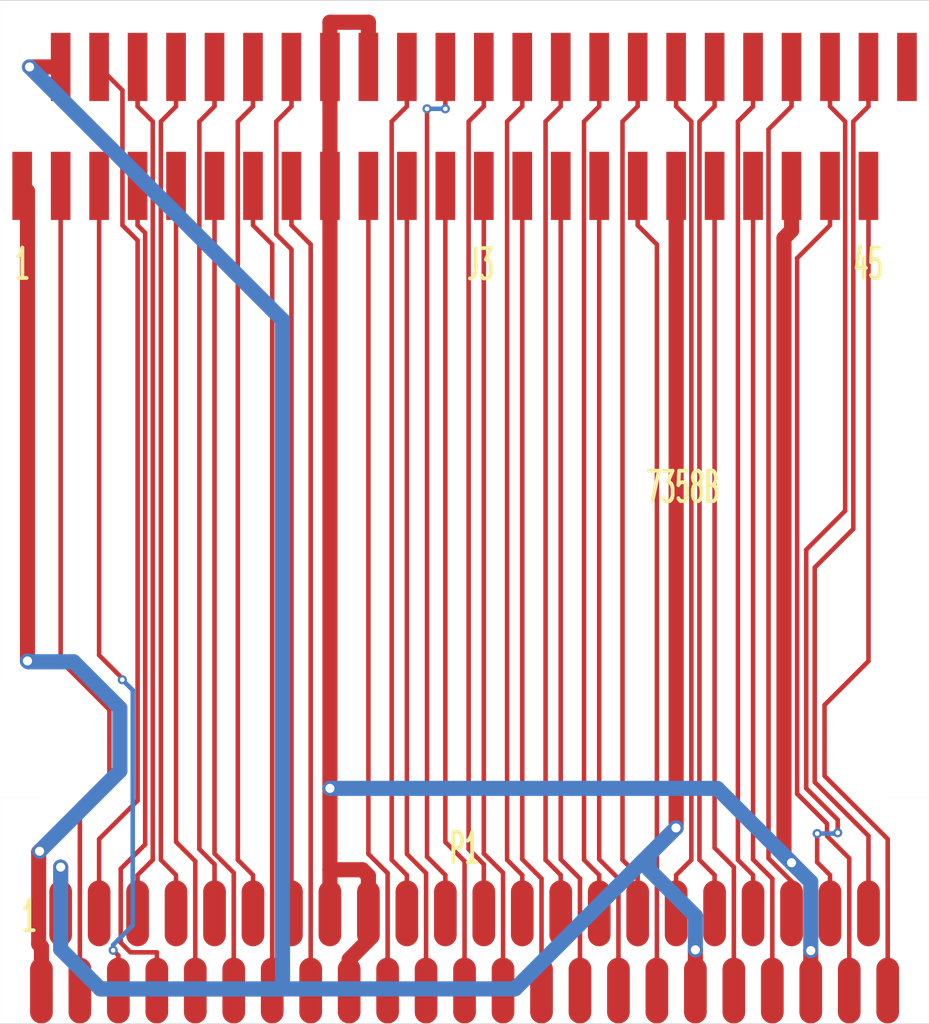
<source format=kicad_pcb>
(kicad_pcb (version 20240108) (generator "pcbnew") (generator_version "8.0")
  (layers (0 "F.Cu" signal) (31 "B.Cu" signal) (34 "B.Paste" user) (35 "F.Paste" user) (36 "B.SilkS" user "B.Silkscreen") (37 "F.SilkS" user "F.Silkscreen") (38 "B.Mask" user) (39 "F.Mask" user) (44 "Edge.Cuts" user))
  (net 0 "")
  (net 1 "/A10")
  (net 2 "/A14")
  (net 3 "/~{Read}")
  (net 4 "/A3")
  (net 5 "/~{Reset}")
  (net 6 "/Top.Button")
  (net 7 "/Clock")
  (net 8 "/TV_R")
  (net 9 "/D1")
  (net 10 "/+34V")
  (net 11 "/TV_L")
  (net 12 "/D5")
  (net 13 "/~{TV}")
  (net 14 "/~{Refresh}")
  (net 15 "/A12")
  (net 16 "/~{M1}")
  (net 17 "/D4")
  (net 18 "/VCC")
  (net 19 "/GND")
  (net 20 "/A8")
  (net 21 "/A4")
  (net 22 "/~{M8-B}")
  (net 23 "/~{IOReq}")
  (net 24 "/A11")
  (net 25 "/~{M0-7}")
  (net 26 "/~{Write}")
  (net 27 "/D0")
  (net 28 "/A9")
  (net 29 "/A13")
  (net 30 "/A6")
  (net 31 "/D6")
  (net 32 "/A15")
  (net 33 "/D2")
  (net 34 "/D3")
  (net 35 "/A0")
  (net 36 "/~{GG}")
  (net 37 "/D7")
  (net 38 "/~{CE}")
  (net 39 "/A1")
  (net 40 "/A5")
  (net 41 "/A2")
  (net 42 "/A7")
  (footprint "Connector_PinHeader_2.54mm:PinHeader_2x24_P2.54mm_Vertical_SMD" (layer "F.Cu") (at 130.65 63.32 90)
    (property "Reference" "J3" (at -9.11875 1.07 180) (layer "F.SilkS") (effects (font (size 2 1) (thickness 0.25) (bold yes))))
    (property "Value" "Upper Pin Header" (hide yes))
    (pad "1" smd rect (at -3.925 -29.21 90) (size 4.5 1.3) (layers "F.Cu" "F.Paste" "F.Mask") (net 10 "/+34V"))
    (pad "2" smd rect (at 3.925 -26.67 90) (size 4.5 1.3) (layers "F.Cu" "F.Paste" "F.Mask") (net 18 "/VCC"))
    (pad "3" smd rect (at -3.925 -26.67 90) (size 4.5 1.3) (layers "F.Cu" "F.Paste" "F.Mask") (net 26 "/~{Write}"))
    (pad "4" smd rect (at 3.925 -24.13 90) (size 4.5 1.3) (layers "F.Cu" "F.Paste" "F.Mask") (net 15 "/A12"))
    (pad "5" smd rect (at -3.925 -24.13 90) (size 4.5 1.3) (layers "F.Cu" "F.Paste" "F.Mask") (net 42 "/A7"))
    (pad "6" smd rect (at 3.925 -21.59 90) (size 4.5 1.3) (layers "F.Cu" "F.Paste" "F.Mask") (net 30 "/A6"))
    (pad "7" smd rect (at -3.925 -21.59 90) (size 4.5 1.3) (layers "F.Cu" "F.Paste" "F.Mask") (net 40 "/A5"))
    (pad "8" smd rect (at 3.925 -19.05 90) (size 4.5 1.3) (layers "F.Cu" "F.Paste" "F.Mask") (net 21 "/A4"))
    (pad "9" smd rect (at -3.925 -19.05 90) (size 4.5 1.3) (layers "F.Cu" "F.Paste" "F.Mask") (net 4 "/A3"))
    (pad "10" smd rect (at 3.925 -16.51 90) (size 4.5 1.3) (layers "F.Cu" "F.Paste" "F.Mask") (net 41 "/A2"))
    (pad "11" smd rect (at -3.925 -16.51 90) (size 4.5 1.3) (layers "F.Cu" "F.Paste" "F.Mask") (net 39 "/A1"))
    (pad "12" smd rect (at 3.925 -13.97 90) (size 4.5 1.3) (layers "F.Cu" "F.Paste" "F.Mask") (net 35 "/A0"))
    (pad "13" smd rect (at -3.925 -13.97 90) (size 4.5 1.3) (layers "F.Cu" "F.Paste" "F.Mask") (net 27 "/D0"))
    (pad "14" smd rect (at 3.925 -11.43 90) (size 4.5 1.3) (layers "F.Cu" "F.Paste" "F.Mask") (net 9 "/D1"))
    (pad "15" smd rect (at -3.925 -11.43 90) (size 4.5 1.3) (layers "F.Cu" "F.Paste" "F.Mask") (net 33 "/D2"))
    (pad "16" smd rect (at 3.925 -8.89 90) (size 4.5 1.3) (layers "F.Cu" "F.Paste" "F.Mask") (net 19 "/GND"))
    (pad "17" smd rect (at -3.925 -8.89 90) (size 4.5 1.3) (layers "F.Cu" "F.Paste" "F.Mask") (net 19 "/GND"))
    (pad "18" smd rect (at 3.925 -6.35 90) (size 4.5 1.3) (layers "F.Cu" "F.Paste" "F.Mask") (net 19 "/GND"))
    (pad "19" smd rect (at -3.925 -6.35 90) (size 4.5 1.3) (layers "F.Cu" "F.Paste" "F.Mask") (net 34 "/D3"))
    (pad "20" smd rect (at 3.925 -3.81 90) (size 4.5 1.3) (layers "F.Cu" "F.Paste" "F.Mask") (net 17 "/D4"))
    (pad "21" smd rect (at -3.925 -3.81 90) (size 4.5 1.3) (layers "F.Cu" "F.Paste" "F.Mask") (net 12 "/D5"))
    (pad "22" smd rect (at 3.925 -1.27 90) (size 4.5 1.3) (layers "F.Cu" "F.Paste" "F.Mask") (net 31 "/D6"))
    (pad "23" smd rect (at -3.925 -1.27 90) (size 4.5 1.3) (layers "F.Cu" "F.Paste" "F.Mask") (net 37 "/D7"))
    (pad "24" smd rect (at 3.925 1.27 90) (size 4.5 1.3) (layers "F.Cu" "F.Paste" "F.Mask") (net 38 "/~{CE}"))
    (pad "25" smd rect (at -3.925 1.27 90) (size 4.5 1.3) (layers "F.Cu" "F.Paste" "F.Mask") (net 1 "/A10"))
    (pad "26" smd rect (at 3.925 3.81 90) (size 4.5 1.3) (layers "F.Cu" "F.Paste" "F.Mask") (net 3 "/~{Read}"))
    (pad "27" smd rect (at -3.925 3.81 90) (size 4.5 1.3) (layers "F.Cu" "F.Paste" "F.Mask") (net 25 "/~{M0-7}"))
    (pad "28" smd rect (at 3.925 6.35 90) (size 4.5 1.3) (layers "F.Cu" "F.Paste" "F.Mask") (net 32 "/A15"))
    (pad "29" smd rect (at -3.925 6.35 90) (size 4.5 1.3) (layers "F.Cu" "F.Paste" "F.Mask") (net 24 "/A11"))
    (pad "30" smd rect (at 3.925 8.89 90) (size 4.5 1.3) (layers "F.Cu" "F.Paste" "F.Mask") (net 28 "/A9"))
    (pad "31" smd rect (at -3.925 8.89 90) (size 4.5 1.3) (layers "F.Cu" "F.Paste" "F.Mask") (net 20 "/A8"))
    (pad "32" smd rect (at 3.925 11.43 90) (size 4.5 1.3) (layers "F.Cu" "F.Paste" "F.Mask") (net 29 "/A13"))
    (pad "33" smd rect (at -3.925 11.43 90) (size 4.5 1.3) (layers "F.Cu" "F.Paste" "F.Mask") (net 2 "/A14"))
    (pad "34" smd rect (at 3.925 13.97 90) (size 4.5 1.3) (layers "F.Cu" "F.Paste" "F.Mask") (net 22 "/~{M8-B}"))
    (pad "35" smd rect (at -3.925 13.97 90) (size 4.5 1.3) (layers "F.Cu" "F.Paste" "F.Mask") (net 18 "/VCC"))
    (pad "36" smd rect (at 3.925 16.51 90) (size 4.5 1.3) (layers "F.Cu" "F.Paste" "F.Mask") (net 16 "/~{M1}"))
    (pad "37" smd rect (at -3.925 16.51 90) (size 4.5 1.3) (layers "F.Cu" "F.Paste" "F.Mask") (net 23 "/~{IOReq}"))
    (pad "38" smd rect (at 3.925 19.05 90) (size 4.5 1.3) (layers "F.Cu" "F.Paste" "F.Mask") (net 14 "/~{Refresh}"))
    (pad "39" smd rect (at -3.925 19.05 90) (size 4.5 1.3) (layers "F.Cu" "F.Paste" "F.Mask") (net 5 "/~{Reset}"))
    (pad "40" smd rect (at 3.925 21.59 90) (size 4.5 1.3) (layers "F.Cu" "F.Paste" "F.Mask") (net 7 "/Clock"))
    (pad "41" smd rect (at -3.925 21.59 90) (size 4.5 1.3) (layers "F.Cu" "F.Paste" "F.Mask") (net 19 "/GND"))
    (pad "42" smd rect (at 3.925 24.13 90) (size 4.5 1.3) (layers "F.Cu" "F.Paste" "F.Mask") (net 36 "/~{GG}"))
    (pad "43" smd rect (at -3.925 24.13 90) (size 4.5 1.3) (layers "F.Cu" "F.Paste" "F.Mask") (net 13 "/~{TV}"))
    (pad "44" smd rect (at 3.925 26.67 90) (size 4.5 1.3) (layers "F.Cu" "F.Paste" "F.Mask") (net 8 "/TV_R"))
    (pad "45" smd rect (at -3.925 26.67 90) (size 4.5 1.3) (layers "F.Cu" "F.Paste" "F.Mask") (net 11 "/TV_L"))
    (pad "46" smd rect (at 3.925 29.21 90) (size 4.5 1.3) (layers "F.Cu" "F.Paste" "F.Mask") (net 6 "/Top.Button"))
  )
  (footprint "GameGear:System Edge Connector" (layer "F.Cu") (at 130.65 117.82)
    (property "Reference" "P1" (at 0 -6.83 0) (layer "F.SilkS") (effects (font (size 2 1) (thickness 0.25) (bold yes))))
    (property "Value" "System Edge Connector")
    (pad "1" smd oval (at -27.94 2.55) (size 1.5 4.35) (layers "F.Cu" "F.Mask") (net 10 "/+34V"))
    (pad "2" smd oval (at -26.67 -2.55) (size 1.5 4.35) (layers "F.Cu" "F.Mask") (net 18 "/VCC"))
    (pad "3" smd oval (at -25.4 2.55) (size 1.5 4.35) (layers "F.Cu" "F.Mask") (net 26 "/~{Write}"))
    (pad "4" smd oval (at -24.13 -2.55) (size 1.5 4.35) (layers "F.Cu" "F.Mask") (net 15 "/A12"))
    (pad "5" smd oval (at -22.86 2.55) (size 1.5 4.35) (layers "F.Cu" "F.Mask") (net 42 "/A7"))
    (pad "6" smd oval (at -21.59 -2.55) (size 1.5 4.35) (layers "F.Cu" "F.Mask") (net 30 "/A6"))
    (pad "7" smd oval (at -20.32 2.55) (size 1.5 4.35) (layers "F.Cu" "F.Mask") (net 40 "/A5"))
    (pad "8" smd oval (at -19.05 -2.55) (size 1.5 4.35) (layers "F.Cu" "F.Mask") (net 21 "/A4"))
    (pad "9" smd oval (at -17.78 2.55) (size 1.5 4.35) (layers "F.Cu" "F.Mask") (net 4 "/A3"))
    (pad "10" smd oval (at -16.51 -2.55) (size 1.5 4.35) (layers "F.Cu" "F.Mask") (net 41 "/A2"))
    (pad "11" smd oval (at -15.24 2.55) (size 1.5 4.35) (layers "F.Cu" "F.Mask") (net 39 "/A1"))
    (pad "12" smd oval (at -13.97 -2.55) (size 1.5 4.35) (layers "F.Cu" "F.Mask") (net 35 "/A0"))
    (pad "13" smd oval (at -12.7 2.55) (size 1.5 4.35) (layers "F.Cu" "F.Mask") (net 27 "/D0"))
    (pad "14" smd oval (at -11.43 -2.55) (size 1.5 4.35) (layers "F.Cu" "F.Mask") (net 9 "/D1"))
    (pad "15" smd oval (at -10.16 2.55) (size 1.5 4.35) (layers "F.Cu" "F.Mask") (net 33 "/D2"))
    (pad "16" smd oval (at -8.89 -2.55) (size 1.5 4.35) (layers "F.Cu" "F.Mask") (net 19 "/GND"))
    (pad "17" smd oval (at -7.62 2.55) (size 1.5 4.35) (layers "F.Cu" "F.Mask") (net 19 "/GND"))
    (pad "18" smd oval (at -6.35 -2.55) (size 1.5 4.35) (layers "F.Cu" "F.Mask") (net 19 "/GND"))
    (pad "19" smd oval (at -5.08 2.55) (size 1.5 4.35) (layers "F.Cu" "F.Mask") (net 34 "/D3"))
    (pad "20" smd oval (at -3.81 -2.55) (size 1.5 4.35) (layers "F.Cu" "F.Mask") (net 17 "/D4"))
    (pad "21" smd oval (at -2.54 2.55) (size 1.5 4.35) (layers "F.Cu" "F.Mask") (net 12 "/D5"))
    (pad "22" smd oval (at -1.27 -2.55) (size 1.5 4.35) (layers "F.Cu" "F.Mask") (net 31 "/D6"))
    (pad "23" smd oval (at 0 2.55) (size 1.5 4.35) (layers "F.Cu" "F.Mask") (net 37 "/D7"))
    (pad "24" smd oval (at 1.27 -2.55) (size 1.5 4.35) (layers "F.Cu" "F.Mask") (net 38 "/~{CE}"))
    (pad "25" smd oval (at 2.54 2.55) (size 1.5 4.35) (layers "F.Cu" "F.Mask") (net 1 "/A10"))
    (pad "26" smd oval (at 3.81 -2.55) (size 1.5 4.35) (layers "F.Cu" "F.Mask") (net 3 "/~{Read}"))
    (pad "27" smd oval (at 5.08 2.55) (size 1.5 4.35) (layers "F.Cu" "F.Mask") (net 25 "/~{M0-7}"))
    (pad "28" smd oval (at 6.35 -2.55) (size 1.5 4.35) (layers "F.Cu" "F.Mask") (net 32 "/A15"))
    (pad "29" smd oval (at 7.62 2.55) (size 1.5 4.35) (layers "F.Cu" "F.Mask") (net 24 "/A11"))
    (pad "30" smd oval (at 8.89 -2.55) (size 1.5 4.35) (layers "F.Cu" "F.Mask") (net 28 "/A9"))
    (pad "31" smd oval (at 10.16 2.55) (size 1.5 4.35) (layers "F.Cu" "F.Mask") (net 20 "/A8"))
    (pad "32" smd oval (at 11.43 -2.55) (size 1.5 4.35) (layers "F.Cu" "F.Mask") (net 29 "/A13"))
    (pad "33" smd oval (at 12.7 2.55) (size 1.5 4.35) (layers "F.Cu" "F.Mask") (net 2 "/A14"))
    (pad "34" smd oval (at 13.97 -2.55) (size 1.5 4.35) (layers "F.Cu" "F.Mask") (net 22 "/~{M8-B}"))
    (pad "35" smd oval (at 15.24 2.55) (size 1.5 4.35) (layers "F.Cu" "F.Mask") (net 18 "/VCC"))
    (pad "36" smd oval (at 16.51 -2.55) (size 1.5 4.35) (layers "F.Cu" "F.Mask") (net 16 "/~{M1}"))
    (pad "37" smd oval (at 17.78 2.55) (size 1.5 4.35) (layers "F.Cu" "F.Mask") (net 23 "/~{IOReq}"))
    (pad "38" smd oval (at 19.05 -2.55) (size 1.5 4.35) (layers "F.Cu" "F.Mask") (net 14 "/~{Refresh}"))
    (pad "39" smd oval (at 20.32 2.55) (size 1.5 4.35) (layers "F.Cu" "F.Mask") (net 5 "/~{Reset}"))
    (pad "40" smd oval (at 21.59 -2.55) (size 1.5 4.35) (layers "F.Cu" "F.Mask") (net 7 "/Clock"))
    (pad "41" smd oval (at 22.86 2.55) (size 1.5 4.35) (layers "F.Cu" "F.Mask") (net 19 "/GND"))
    (pad "42" smd oval (at 24.13 -2.55) (size 1.5 4.35) (layers "F.Cu" "F.Mask") (net 36 "/~{GG}"))
    (pad "43" smd oval (at 25.4 2.55) (size 1.5 4.35) (layers "F.Cu" "F.Mask") (net 13 "/~{TV}"))
    (pad "44" smd oval (at 26.67 -2.55) (size 1.5 4.35) (layers "F.Cu" "F.Mask") (net 8 "/TV_R"))
    (pad "45" smd oval (at 27.94 2.55) (size 1.5 4.35) (layers "F.Cu" "F.Mask") (net 11 "/TV_L"))
  )
  (gr_line (start 158.6 107.65) (end 161.3 107.65) (stroke (width 0.002)) (layer "Edge.Cuts"))
  (gr_line (start 161.3 122.55) (end 161.3 107.65) (stroke (width 0.002)) (layer "Edge.Cuts"))
  (gr_line (start 100 122.55) (end 161.3 122.55) (stroke (width 0.05)) (layer "Edge.Cuts"))
  (gr_line (start 100 55) (end 161.3 55) (stroke (width 0.05)) (layer "Edge.Cuts"))
  (gr_arc (start 102.7 100.15) (mid 106.45 103.9) (end 102.7 107.65) (stroke (width 0.002)) (layer "Edge.Cuts"))
  (gr_line (start 100 122.55) (end 100 107.65) (stroke (width 0.002)) (layer "Edge.Cuts"))
  (gr_line (start 158.6 100.15) (end 161.3 100.15) (stroke (width 0.002)) (layer "Edge.Cuts"))
  (gr_line (start 100 107.65) (end 102.7 107.65) (stroke (width 0.002)) (layer "Edge.Cuts"))
  (gr_line (start 100 100.15) (end 102.7 100.15) (stroke (width 0.002)) (layer "Edge.Cuts"))
  (gr_arc (start 158.6 107.65) (mid 154.85 103.9) (end 158.6 100.15) (stroke (width 0.002)) (layer "Edge.Cuts"))
  (gr_line (start 161.3 100.15) (end 161.3 55) (stroke (width 0.002)) (layer "Edge.Cuts"))
  (gr_line (start 100 100.15) (end 100 55) (stroke (width 0.002)) (layer "Edge.Cuts"))
  (gr_text "45" (at 156.18 73.58 0) (layer "F.SilkS") (effects (font (size 2 1) (thickness 0.25) (bold yes)) (justify left bottom)))
  (gr_text "1" (at 100.81 73.58 0) (layer "F.SilkS") (effects (font (size 2 1) (thickness 0.25) (bold yes)) (justify left bottom)))
  (gr_text "7358B" (at 142.51 88.31 0) (layer "F.SilkS") (effects (font (size 2 1) (thickness 0.25) (bold yes)) (justify left bottom)))
  (gr_text "1" (at 101.27 116.64 0) (layer "F.SilkS") (effects (font (size 2 1) (thickness 0.25) (bold yes)) (justify left bottom)))
  (segment (start 131.92 111.3245) (end 131.92 67.245) (width 0.3) (layer "F.Cu") (net 1))
  (segment (start 133.19 112.5945) (end 131.92 111.3245) (width 0.3) (layer "F.Cu") (net 1))
  (segment (start 133.19 120.37) (end 133.19 112.5945) (width 0.3) (layer "F.Cu") (net 1))
  (segment (start 142.08 67.245) (end 142.08 69.8467) (width 0.3) (layer "F.Cu") (net 2))
  (segment (start 142.08 69.8467) (end 143.35 71.1167) (width 0.3) (layer "F.Cu") (net 2))
  (segment (start 143.35 71.1167) (end 143.35 120.37) (width 0.3) (layer "F.Cu") (net 2))
  (segment (start 133.4583 111.7416) (end 133.4583 62.9984) (width 0.3) (layer "F.Cu") (net 3))
  (segment (start 134.46 115.27) (end 134.46 112.7433) (width 0.3) (layer "F.Cu") (net 3))
  (segment (start 134.46 112.7433) (end 133.4583 111.7416) (width 0.3) (layer "F.Cu") (net 3))
  (segment (start 133.4583 62.9984) (end 134.46 61.9967) (width 0.3) (layer "F.Cu") (net 3))
  (segment (start 134.46 59.395) (end 134.46 61.9967) (width 0.3) (layer "F.Cu") (net 3))
  (segment (start 112.87 120.37) (end 112.87 111.8269) (width 0.3) (layer "F.Cu") (net 4))
  (segment (start 111.6 110.5569) (end 111.6 67.245) (width 0.3) (layer "F.Cu") (net 4))
  (segment (start 112.87 111.8269) (end 111.6 110.5569) (width 0.3) (layer "F.Cu") (net 4))
  (segment (start 150.97 112.9872) (end 150.97 120.37) (width 0.3) (layer "F.Cu") (net 5))
  (segment (start 149.7 67.245) (end 149.7 69.8467) (width 0.3) (layer "F.Cu") (net 5))
  (segment (start 149.7 111.7172) (end 150.97 112.9872) (width 0.3) (layer "F.Cu") (net 5))
  (segment (start 149.7 69.8467) (end 149.7 111.7172) (width 0.3) (layer "F.Cu") (net 5))
  (segment (start 152.24 61.9967) (end 150.72 63.5167) (width 0.3) (layer "F.Cu") (net 7))
  (segment (start 152.24 59.395) (end 152.24 61.9967) (width 0.3) (layer "F.Cu") (net 7))
  (segment (start 150.72 63.5167) (end 150.72 111.642) (width 0.3) (layer "F.Cu") (net 7))
  (segment (start 152.24 113.162) (end 152.24 115.27) (width 0.3) (layer "F.Cu") (net 7))
  (segment (start 150.72 111.642) (end 152.24 113.162) (width 0.3) (layer "F.Cu") (net 7))
  (segment (start 153.77 92.4426) (end 156.3183 89.8943) (width 0.3) (layer "F.Cu") (net 8))
  (segment (start 153.77 106.6073) (end 153.77 92.4426) (width 0.3) (layer "F.Cu") (net 8))
  (segment (start 156.3183 89.8943) (end 156.3183 62.9984) (width 0.3) (layer "F.Cu") (net 8))
  (segment (start 157.32 115.27) (end 157.32 110.1573) (width 0.3) (layer "F.Cu") (net 8))
  (segment (start 156.3183 62.9984) (end 157.32 61.9967) (width 0.3) (layer "F.Cu") (net 8))
  (segment (start 157.32 61.9967) (end 157.32 59.395) (width 0.3) (layer "F.Cu") (net 8))
  (segment (start 157.32 110.1573) (end 153.77 106.6073) (width 0.3) (layer "F.Cu") (net 8))
  (segment (start 119.22 71.4393) (end 118.2183 70.4376) (width 0.3) (layer "F.Cu") (net 9))
  (segment (start 118.2183 70.4376) (end 118.2183 62.9984) (width 0.3) (layer "F.Cu") (net 9))
  (segment (start 119.22 59.395) (end 119.22 61.9967) (width 0.3) (layer "F.Cu") (net 9))
  (segment (start 119.22 115.27) (end 119.22 71.4393) (width 0.3) (layer "F.Cu") (net 9))
  (segment (start 118.2183 62.9984) (end 119.22 61.9967) (width 0.3) (layer "F.Cu") (net 9))
  (segment (start 102.59 111.17) (end 102.53 111.23) (width 1) (layer "F.Cu") (net 10))
  (segment (start 102.53 111.23) (end 102.53 117.29561) (width 1) (layer "F.Cu") (net 10))
  (segment (start 102.71 117.47561) (end 102.71 120.37) (width 1) (layer "F.Cu") (net 10))
  (segment (start 101.79 67.595) (end 101.44 67.245) (width 1) (layer "F.Cu") (net 10))
  (segment (start 101.79 98.61) (end 101.79 67.595) (width 1) (layer "F.Cu") (net 10))
  (segment (start 102.53 117.29561) (end 102.71 117.47561) (width 1) (layer "F.Cu") (net 10))
  (via (at 101.79 98.61) (size 1) (drill 0.6) (layers "F.Cu" "B.Cu") (net 10))
  (via (at 102.59 111.17) (size 1) (drill 0.6) (layers "F.Cu" "B.Cu") (net 10))
  (segment (start 101.8448 98.6648) (end 104.8348 98.6648) (width 1) (layer "B.Cu") (net 10))
  (segment (start 104.8348 98.6648) (end 107.89 101.72) (width 1) (layer "B.Cu") (net 10))
  (segment (start 107.89 101.72) (end 107.89 105.87) (width 1) (layer "B.Cu") (net 10))
  (segment (start 107.89 105.87) (end 102.59 111.17) (width 1) (layer "B.Cu") (net 10))
  (segment (start 101.79 98.61) (end 101.8448 98.6648) (width 1) (layer "B.Cu") (net 10))
  (segment (start 154.42 106.1964) (end 154.42 101.52) (width 0.3) (layer "F.Cu") (net 11))
  (segment (start 158.59 120.37) (end 158.59 110.3664) (width 0.3) (layer "F.Cu") (net 11))
  (segment (start 158.59 110.3664) (end 154.42 106.1964) (width 0.3) (layer "F.Cu") (net 11))
  (segment (start 154.42 101.52) (end 157.32 98.62) (width 0.3) (layer "F.Cu") (net 11))
  (segment (start 157.32 98.62) (end 157.32 67.245) (width 0.3) (layer "F.Cu") (net 11))
  (segment (start 126.84 111.3497) (end 128.11 112.6197) (width 0.3) (layer "F.Cu") (net 12))
  (segment (start 126.84 67.245) (end 126.84 111.3497) (width 0.3) (layer "F.Cu") (net 12))
  (segment (start 128.11 112.6197) (end 128.11 120.37) (width 0.3) (layer "F.Cu") (net 12))
  (segment (start 154.5842 109.3506) (end 152.61 107.3764) (width 0.3) (layer "F.Cu") (net 13))
  (segment (start 152.61 107.3764) (end 152.61 72.0167) (width 0.3) (layer "F.Cu") (net 13))
  (segment (start 152.61 72.0167) (end 154.78 69.8467) (width 0.3) (layer "F.Cu") (net 13))
  (segment (start 156.05 120.37) (end 156.05 111.6346) (width 0.3) (layer "F.Cu") (net 13))
  (segment (start 154.78 69.8467) (end 154.78 67.245) (width 0.3) (layer "F.Cu") (net 13))
  (segment (start 154.5842 110.1688) (end 154.5842 109.3506) (width 0.3) (layer "F.Cu") (net 13))
  (segment (start 156.05 111.6346) (end 154.5842 110.1688) (width 0.3) (layer "F.Cu") (net 13))
  (segment (start 149.7 61.9967) (end 148.6983 62.9984) (width 0.3) (layer "F.Cu") (net 14))
  (segment (start 149.7 59.395) (end 149.7 61.9967) (width 0.3) (layer "F.Cu") (net 14))
  (segment (start 148.6983 62.9984) (end 148.6983 111.7416) (width 0.3) (layer "F.Cu") (net 14))
  (segment (start 149.7 115.27) (end 149.7 112.7433) (width 0.3) (layer "F.Cu") (net 14))
  (segment (start 148.6983 111.7416) (end 149.7 112.7433) (width 0.3) (layer "F.Cu") (net 14))
  (segment (start 109.0617 107.8259) (end 109.0617 70.8467) (width 0.3) (layer "F.Cu") (net 15))
  (segment (start 108.06 60.935) (end 106.52 59.395) (width 0.3) (layer "F.Cu") (net 15))
  (segment (start 106.52 110.3676) (end 109.0617 107.8259) (width 0.3) (layer "F.Cu") (net 15))
  (segment (start 108.06 69.845) (end 108.06 60.935) (width 0.3) (layer "F.Cu") (net 15))
  (segment (start 106.52 115.27) (end 106.52 110.3676) (width 0.3) (layer "F.Cu") (net 15))
  (segment (start 109.0617 70.8467) (end 108.06 69.845) (width 0.3) (layer "F.Cu") (net 15))
  (segment (start 146.1583 62.9984) (end 147.16 61.9967) (width 0.3) (layer "F.Cu") (net 16))
  (segment (start 147.16 115.27) (end 147.16 112.7433) (width 0.3) (layer "F.Cu") (net 16))
  (segment (start 146.1583 111.7416) (end 146.1583 62.9984) (width 0.3) (layer "F.Cu") (net 16))
  (segment (start 147.16 59.395) (end 147.16 61.9967) (width 0.3) (layer "F.Cu") (net 16))
  (segment (start 147.16 112.7433) (end 146.1583 111.7416) (width 0.3) (layer "F.Cu") (net 16))
  (segment (start 126.84 61.9967) (end 125.8382 62.9985) (width 0.3) (layer "F.Cu") (net 17))
  (segment (start 125.8382 111.7415) (end 126.84 112.7433) (width 0.3) (layer "F.Cu") (net 17))
  (segment (start 125.8382 62.9985) (end 125.8382 111.7415) (width 0.3) (layer "F.Cu") (net 17))
  (segment (start 126.84 115.27) (end 126.84 112.7433) (width 0.3) (layer "F.Cu") (net 17))
  (segment (start 126.84 59.395) (end 126.84 61.9967) (width 0.3) (layer "F.Cu") (net 17))
  (segment (start 145.89 117.68) (end 145.89 120.37) (width 1) (layer "F.Cu") (net 18))
  (segment (start 144.62 67.245) (end 144.62 109.62) (width 1) (layer "F.Cu") (net 18))
  (segment (start 101.925 59.395) (end 103.98 59.395) (width 1) (layer "F.Cu") (net 18))
  (segment (start 144.61 109.63) (end 144.62 109.62) (width 1) (layer "F.Cu") (net 18))
  (segment (start 103.98 115.27) (end 103.98 112.22) (width 1) (layer "F.Cu") (net 18))
  (via (at 144.61 109.63) (size 1) (drill 0.6) (layers "F.Cu" "B.Cu") (net 18))
  (via (at 101.925 59.395) (size 1) (drill 0.6) (layers "F.Cu" "B.Cu") (net 18))
  (via (at 145.89 117.68) (size 1) (drill 0.6) (layers "F.Cu" "B.Cu") (net 18))
  (via (at 103.98 112.22) (size 1) (drill 0.6) (layers "F.Cu" "B.Cu") (net 18))
  (segment (start 103.98 117.64) (end 103.98 112.22) (width 1) (layer "B.Cu") (net 18))
  (segment (start 142.8421 112.3933) (end 142.8421 111.3979) (width 1) (layer "B.Cu") (net 18))
  (segment (start 145.89 115.4412) (end 145.89 117.68) (width 1) (layer "B.Cu") (net 18))
  (segment (start 142.8421 111.3979) (end 144.61 109.63) (width 1) (layer "B.Cu") (net 18))
  (segment (start 142.8421 112.3933) (end 142.8422 112.3933) (width 1) (layer "B.Cu") (net 18))
  (segment (start 142.8422 112.3933) (end 145.89 115.4412) (width 1) (layer "B.Cu") (net 18))
  (segment (start 118.63 76.1) (end 118.63 120.26) (width 1) (layer "B.Cu") (net 18))
  (segment (start 106.6 120.26) (end 103.98 117.64) (width 1) (layer "B.Cu") (net 18))
  (segment (start 118.63 120.26) (end 106.6 120.26) (width 1) (layer "B.Cu") (net 18))
  (segment (start 101.925 59.395) (end 118.63 76.1) (width 1) (layer "B.Cu") (net 18))
  (segment (start 133.98 120.26) (end 106.6 120.26) (width 1) (layer "B.Cu") (net 18))
  (segment (start 142.8421 111.3979) (end 133.98 120.26) (width 1) (layer "B.Cu") (net 18))
  (segment (start 124.3 115.27) (end 124.3 112.79) (width 1) (layer "F.Cu") (net 19))
  (segment (start 153.51 117.73) (end 153.51 120.37) (width 1) (layer "F.Cu") (net 19))
  (segment (start 121.76 59.395) (end 121.76 67.245) (width 1) (layer "F.Cu") (net 19))
  (segment (start 121.76 107.02) (end 121.76 67.245) (width 1) (layer "F.Cu") (net 19))
  (segment (start 124.3 56.4433) (end 121.76 56.4433) (width 1) (layer "F.Cu") (net 19))
  (segment (start 121.76 57.9191) (end 121.76 56.4433) (width 1) (layer "F.Cu") (net 19))
  (segment (start 123.9033 112.3933) (end 121.76 112.3933) (width 1) (layer "F.Cu") (net 19))
  (segment (start 121.76 57.9191) (end 121.76 59.395) (width 1) (layer "F.Cu") (net 19))
  (segment (start 124.3 112.79) (end 123.9033 112.3933) (width 1) (layer "F.Cu") (net 19))
  (segment (start 123.03 118.31) (end 124.3 117.04) (width 1) (layer "F.Cu") (net 19))
  (segment (start 124.3 59.395) (end 124.3 56.4433) (width 1) (layer "F.Cu") (net 19))
  (segment (start 152.24 111.9278) (end 151.74 111.4278) (width 1) (layer "F.Cu") (net 19))
  (segment (start 151.74 70.6967) (end 152.24 70.1967) (width 1) (layer "F.Cu") (net 19))
  (segment (start 123.03 120.37) (end 123.03 118.31) (width 1) (layer "F.Cu") (net 19))
  (segment (start 124.3 117.04) (end 124.3 115.27) (width 1) (layer "F.Cu") (net 19))
  (segment (start 121.76 115.27) (end 121.76 112.3933) (width 1) (layer "F.Cu") (net 19))
  (segment (start 152.24 70.1967) (end 152.24 67.245) (width 1) (layer "F.Cu") (net 19))
  (segment (start 151.74 111.4278) (end 151.74 70.6967) (width 1) (layer "F.Cu") (net 19))
  (segment (start 121.76 107.02) (end 121.76 112.3933) (width 1) (layer "F.Cu") (net 19))
  (via (at 152.24 111.9278) (size 1) (drill 0.6) (layers "F.Cu" "B.Cu") (net 19))
  (via (at 153.51 117.73) (size 1) (drill 0.6) (layers "F.Cu" "B.Cu") (net 19))
  (via (at 121.76 107.02) (size 1) (drill 0.6) (layers "F.Cu" "B.Cu") (net 19))
  (segment (start 153.51 117.73) (end 153.51 113.1978) (width 1) (layer "B.Cu") (net 19))
  (segment (start 153.51 113.1978) (end 152.24 111.9278) (width 1) (layer "B.Cu") (net 19))
  (segment (start 147.3322 107.02) (end 152.24 111.9278) (width 1) (layer "B.Cu") (net 19))
  (segment (start 121.76 107.02) (end 147.3322 107.02) (width 1) (layer "B.Cu") (net 19))
  (segment (start 140.81 120.37) (end 140.81 112.9767) (width 0.3) (layer "F.Cu") (net 20))
  (segment (start 139.54 111.7067) (end 139.54 67.245) (width 0.3) (layer "F.Cu") (net 20))
  (segment (start 140.81 112.9767) (end 139.54 111.7067) (width 0.3) (layer "F.Cu") (net 20))
  (segment (start 111.6 61.9967) (end 110.5983 62.9984) (width 0.3) (layer "F.Cu") (net 21))
  (segment (start 111.6 59.395) (end 111.6 61.9967) (width 0.3) (layer "F.Cu") (net 21))
  (segment (start 111.6 115.27) (end 111.6 112.7433) (width 0.3) (layer "F.Cu") (net 21))
  (segment (start 110.5983 111.7416) (end 111.6 112.7433) (width 0.3) (layer "F.Cu") (net 21))
  (segment (start 110.5983 62.9984) (end 110.5983 111.7416) (width 0.3) (layer "F.Cu") (net 21))
  (segment (start 144.62 112.7433) (end 145.6232 111.7401) (width 0.3) (layer "F.Cu") (net 22))
  (segment (start 144.62 115.27) (end 144.62 112.7433) (width 0.3) (layer "F.Cu") (net 22))
  (segment (start 144.62 59.395) (end 144.62 61.9967) (width 0.3) (layer "F.Cu") (net 22))
  (segment (start 145.6232 62.9999) (end 144.62 61.9967) (width 0.3) (layer "F.Cu") (net 22))
  (segment (start 145.6232 111.7401) (end 145.6232 62.9999) (width 0.3) (layer "F.Cu") (net 22))
  (segment (start 147.16 110.9453) (end 147.16 67.245) (width 0.3) (layer "F.Cu") (net 23))
  (segment (start 148.43 120.37) (end 148.43 112.2153) (width 0.3) (layer "F.Cu") (net 23))
  (segment (start 148.43 112.2153) (end 147.16 110.9453) (width 0.3) (layer "F.Cu") (net 23))
  (segment (start 138.27 120.37) (end 138.27 112.9767) (width 0.3) (layer "F.Cu") (net 24))
  (segment (start 137 111.7067) (end 137 67.245) (width 0.3) (layer "F.Cu") (net 24))
  (segment (start 138.27 112.9767) (end 137 111.7067) (width 0.3) (layer "F.Cu") (net 24))
  (segment (start 135.73 120.37) (end 135.73 112.9767) (width 0.3) (layer "F.Cu") (net 25))
  (segment (start 134.46 111.7067) (end 134.46 67.245) (width 0.3) (layer "F.Cu") (net 25))
  (segment (start 135.73 112.9767) (end 134.46 111.7067) (width 0.3) (layer "F.Cu") (net 25))
  (segment (start 107.2 106.06) (end 105.25 108.01) (width 0.3) (layer "F.Cu") (net 26))
  (segment (start 105.25 108.01) (end 105.25 120.37) (width 0.3) (layer "F.Cu") (net 26))
  (segment (start 103.98 67.245) (end 103.98 98.61) (width 0.3) (layer "F.Cu") (net 26))
  (segment (start 107.2 101.83) (end 107.2 106.06) (width 0.3) (layer "F.Cu") (net 26))
  (segment (start 103.98 98.61) (end 107.2 101.83) (width 0.3) (layer "F.Cu") (net 26))
  (segment (start 117.95 71.1167) (end 117.95 120.37) (width 0.3) (layer "F.Cu") (net 27))
  (segment (start 116.68 69.8467) (end 117.95 71.1167) (width 0.3) (layer "F.Cu") (net 27))
  (segment (start 116.68 67.245) (end 116.68 69.8467) (width 0.3) (layer "F.Cu") (net 27))
  (segment (start 139.54 59.395) (end 139.54 61.9967) (width 0.3) (layer "F.Cu") (net 28))
  (segment (start 139.54 115.27) (end 139.54 112.7433) (width 0.3) (layer "F.Cu") (net 28))
  (segment (start 138.5383 62.9984) (end 139.54 61.9967) (width 0.3) (layer "F.Cu") (net 28))
  (segment (start 138.5383 111.7416) (end 138.5383 62.9984) (width 0.3) (layer "F.Cu") (net 28))
  (segment (start 139.54 112.7433) (end 138.5383 111.7416) (width 0.3) (layer "F.Cu") (net 28))
  (segment (start 141.0783 111.7416) (end 141.0783 62.9984) (width 0.3) (layer "F.Cu") (net 29))
  (segment (start 142.08 112.7433) (end 141.0783 111.7416) (width 0.3) (layer "F.Cu") (net 29))
  (segment (start 142.08 59.395) (end 142.08 61.9967) (width 0.3) (layer "F.Cu") (net 29))
  (segment (start 142.08 115.27) (end 142.08 112.7433) (width 0.3) (layer "F.Cu") (net 29))
  (segment (start 141.0783 62.9984) (end 142.08 61.9967) (width 0.3) (layer "F.Cu") (net 29))
  (segment (start 110.0617 111.7416) (end 109.06 112.7433) (width 0.3) (layer "F.Cu") (net 30))
  (segment (start 110.0617 62.9984) (end 110.0617 111.7416) (width 0.3) (layer "F.Cu") (net 30))
  (segment (start 109.06 59.395) (end 109.06 61.9967) (width 0.3) (layer "F.Cu") (net 30))
  (segment (start 109.06 61.9967) (end 110.0617 62.9984) (width 0.3) (layer "F.Cu") (net 30))
  (segment (start 109.06 115.27) (end 109.06 112.7433) (width 0.3) (layer "F.Cu") (net 30))
  (segment (start 129.38 59.395) (end 129.38 61.9967) (width 0.3) (layer "F.Cu") (net 31))
  (segment (start 129.38 115.27) (end 129.38 112.7433) (width 0.3) (layer "F.Cu") (net 31))
  (segment (start 129.38 61.9967) (end 129.38 62.1576) (width 0.3) (layer "F.Cu") (net 31))
  (segment (start 129.38 112.7433) (end 128.172 111.5353) (width 0.3) (layer "F.Cu") (net 31))
  (segment (start 128.172 111.5353) (end 128.172 62.1576) (width 0.3) (layer "F.Cu") (net 31))
  (via (at 128.172 62.1576) (size 0.6) (drill 0.3) (layers "F.Cu" "B.Cu") (net 31))
  (via (at 129.38 62.1576) (size 0.6) (drill 0.3) (layers "F.Cu" "B.Cu") (net 31))
  (segment (start 129.38 62.1576) (end 128.172 62.1576) (width 0.3) (layer "B.Cu") (net 31))
  (segment (start 135.9983 62.9984) (end 137 61.9967) (width 0.3) (layer "F.Cu") (net 32))
  (segment (start 137 115.27) (end 137 112.7433) (width 0.3) (layer "F.Cu") (net 32))
  (segment (start 135.9983 111.7416) (end 135.9983 62.9984) (width 0.3) (layer "F.Cu") (net 32))
  (segment (start 137 112.7433) (end 135.9983 111.7416) (width 0.3) (layer "F.Cu") (net 32))
  (segment (start 137 59.395) (end 137 61.9967) (width 0.3) (layer "F.Cu") (net 32))
  (segment (start 119.22 67.245) (end 119.22 69.8467) (width 0.3) (layer "F.Cu") (net 33))
  (segment (start 120.49 71.1167) (end 119.22 69.8467) (width 0.3) (layer "F.Cu") (net 33))
  (segment (start 120.49 120.37) (end 120.49 71.1167) (width 0.3) (layer "F.Cu") (net 33))
  (segment (start 125.57 120.37) (end 125.57 112.6197) (width 0.3) (layer "F.Cu") (net 34))
  (segment (start 125.57 112.6197) (end 124.3 111.3497) (width 0.3) (layer "F.Cu") (net 34))
  (segment (start 124.3 111.3497) (end 124.3 67.245) (width 0.3) (layer "F.Cu") (net 34))
  (segment (start 115.6783 111.7416) (end 116.68 112.7433) (width 0.3) (layer "F.Cu") (net 35))
  (segment (start 116.68 115.27) (end 116.68 112.7433) (width 0.3) (layer "F.Cu") (net 35))
  (segment (start 116.68 59.395) (end 116.68 61.9967) (width 0.3) (layer "F.Cu") (net 35))
  (segment (start 115.6783 62.9984) (end 115.6783 111.7416) (width 0.3) (layer "F.Cu") (net 35))
  (segment (start 116.68 61.9967) (end 115.6783 62.9984) (width 0.3) (layer "F.Cu") (net 35))
  (segment (start 155.7817 88.6949) (end 153.21 91.2666) (width 0.3) (layer "F.Cu") (net 36))
  (segment (start 154.78 61.9967) (end 155.7817 62.9984) (width 0.3) (layer "F.Cu") (net 36))
  (segment (start 154.78 59.395) (end 154.78 61.9967) (width 0.3) (layer "F.Cu") (net 36))
  (segment (start 153.21 91.2666) (end 153.21 107.0168) (width 0.3) (layer "F.Cu") (net 36))
  (segment (start 154.78 115.27) (end 154.78 112.7433) (width 0.3) (layer "F.Cu") (net 36))
  (segment (start 153.21 107.0168) (end 155.2886 109.0954) (width 0.3) (layer "F.Cu") (net 36))
  (segment (start 153.9325 111.8958) (end 153.9325 110.0042) (width 0.3) (layer "F.Cu") (net 36))
  (segment (start 155.2886 109.0954) (end 155.2886 109.9515) (width 0.3) (layer "F.Cu") (net 36))
  (segment (start 154.78 112.7433) (end 153.9325 111.8958) (width 0.3) (layer "F.Cu") (net 36))
  (segment (start 155.7817 62.9984) (end 155.7817 88.6949) (width 0.3) (layer "F.Cu") (net 36))
  (via (at 155.2886 109.9515) (size 0.6) (drill 0.3) (layers "F.Cu" "B.Cu") (net 36))
  (via (at 153.9325 110.0042) (size 0.6) (drill 0.3) (layers "F.Cu" "B.Cu") (net 36))
  (segment (start 153.9325 110.0042) (end 155.2359 110.0042) (width 0.3) (layer "B.Cu") (net 36))
  (segment (start 155.2359 110.0042) (end 155.2886 109.9515) (width 0.3) (layer "B.Cu") (net 36))
  (segment (start 130.65 120.37) (end 130.65 111.8269) (width 0.3) (layer "F.Cu") (net 37))
  (segment (start 130.65 111.8269) (end 129.38 110.5569) (width 0.3) (layer "F.Cu") (net 37))
  (segment (start 129.38 110.5569) (end 129.38 67.245) (width 0.3) (layer "F.Cu") (net 37))
  (segment (start 130.9183 111.0323) (end 130.9183 62.9984) (width 0.3) (layer "F.Cu") (net 38))
  (segment (start 130.9183 62.9984) (end 131.92 61.9967) (width 0.3) (layer "F.Cu") (net 38))
  (segment (start 131.92 59.395) (end 131.92 61.9967) (width 0.3) (layer "F.Cu") (net 38))
  (segment (start 131.92 115.27) (end 131.92 112.7433) (width 0.3) (layer "F.Cu") (net 38))
  (segment (start 131.92 112.7433) (end 131.92 112.034) (width 0.3) (layer "F.Cu") (net 38))
  (segment (start 131.92 112.034) (end 130.9183 111.0323) (width 0.3) (layer "F.Cu") (net 38))
  (segment (start 115.41 112.5945) (end 114.14 111.3245) (width 0.3) (layer "F.Cu") (net 39))
  (segment (start 114.14 111.3245) (end 114.14 67.245) (width 0.3) (layer "F.Cu") (net 39))
  (segment (start 115.41 120.37) (end 115.41 112.5945) (width 0.3) (layer "F.Cu") (net 39))
  (segment (start 107.9479 112.3321) (end 109.5617 110.7183) (width 0.3) (layer "F.Cu") (net 40))
  (segment (start 109.5617 110.7183) (end 109.5617 70.3484) (width 0.3) (layer "F.Cu") (net 40))
  (segment (start 108.583 117.8433) (end 107.9479 117.2082) (width 0.3) (layer "F.Cu") (net 40))
  (segment (start 109.06 69.8467) (end 109.06 67.245) (width 0.3) (layer "F.Cu") (net 40))
  (segment (start 107.9479 117.2082) (end 107.9479 112.3321) (width 0.3) (layer "F.Cu") (net 40))
  (segment (start 109.5617 70.3484) (end 109.06 69.8467) (width 0.3) (layer "F.Cu") (net 40))
  (segment (start 110.33 117.8433) (end 108.583 117.8433) (width 0.3) (layer "F.Cu") (net 40))
  (segment (start 110.33 120.37) (end 110.33 117.8433) (width 0.3) (layer "F.Cu") (net 40))
  (segment (start 113.1383 111.0323) (end 113.1383 62.9984) (width 0.3) (layer "F.Cu") (net 41))
  (segment (start 114.14 115.27) (end 114.14 112.7433) (width 0.3) (layer "F.Cu") (net 41))
  (segment (start 114.14 59.395) (end 114.14 61.9967) (width 0.3) (layer "F.Cu") (net 41))
  (segment (start 114.14 112.034) (end 113.1383 111.0323) (width 0.3) (layer "F.Cu") (net 41))
  (segment (start 113.1383 62.9984) (end 114.14 61.9967) (width 0.3) (layer "F.Cu") (net 41))
  (segment (start 114.14 112.7433) (end 114.14 112.034) (width 0.3) (layer "F.Cu") (net 41))
  (segment (start 108.05 99.76) (end 108.05 99.85) (width 0.3) (layer "F.Cu") (net 42))
  (segment (start 106.52 98.23) (end 108.05 99.76) (width 0.3) (layer "F.Cu") (net 42))
  (segment (start 107.79 118.05) (end 107.79 120.37) (width 0.3) (layer "F.Cu") (net 42))
  (segment (start 107.45 117.71) (end 107.79 118.05) (width 0.3) (layer "F.Cu") (net 42))
  (segment (start 108.05 99.85) (end 108.05 99.86) (width 0.3) (layer "F.Cu") (net 42))
  (segment (start 106.52 67.245) (end 106.52 98.23) (width 0.3) (layer "F.Cu") (net 42))
  (via (at 108.05 99.85) (size 0.6) (drill 0.3) (layers "F.Cu" "B.Cu") (net 42))
  (via (at 107.45 117.71) (size 0.6) (drill 0.3) (layers "F.Cu" "B.Cu") (net 42))
  (segment (start 107.45 117.71) (end 107.45 117.35) (width 0.3) (layer "B.Cu") (net 42))
  (segment (start 108.74 116.06) (end 108.74 100.54) (width 0.3) (layer "B.Cu") (net 42))
  (segment (start 108.74 100.54) (end 108.05 99.85) (width 0.3) (layer "B.Cu") (net 42))
  (segment (start 107.45 117.35) (end 108.74 116.06) (width 0.3) (layer "B.Cu") (net 42))
)
</source>
